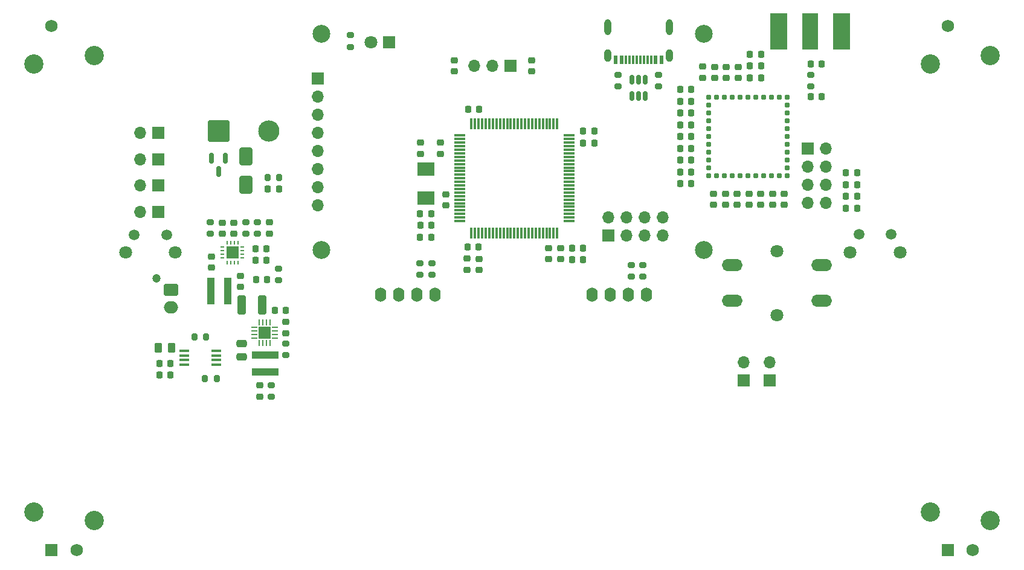
<source format=gbr>
%TF.GenerationSoftware,KiCad,Pcbnew,8.0.7*%
%TF.CreationDate,2025-03-26T21:54:53-04:00*%
%TF.ProjectId,RC-Car-Controller,52432d43-6172-42d4-936f-6e74726f6c6c,rev?*%
%TF.SameCoordinates,Original*%
%TF.FileFunction,Soldermask,Top*%
%TF.FilePolarity,Negative*%
%FSLAX46Y46*%
G04 Gerber Fmt 4.6, Leading zero omitted, Abs format (unit mm)*
G04 Created by KiCad (PCBNEW 8.0.7) date 2025-03-26 21:54:53*
%MOMM*%
%LPD*%
G01*
G04 APERTURE LIST*
G04 Aperture macros list*
%AMRoundRect*
0 Rectangle with rounded corners*
0 $1 Rounding radius*
0 $2 $3 $4 $5 $6 $7 $8 $9 X,Y pos of 4 corners*
0 Add a 4 corners polygon primitive as box body*
4,1,4,$2,$3,$4,$5,$6,$7,$8,$9,$2,$3,0*
0 Add four circle primitives for the rounded corners*
1,1,$1+$1,$2,$3*
1,1,$1+$1,$4,$5*
1,1,$1+$1,$6,$7*
1,1,$1+$1,$8,$9*
0 Add four rect primitives between the rounded corners*
20,1,$1+$1,$2,$3,$4,$5,0*
20,1,$1+$1,$4,$5,$6,$7,0*
20,1,$1+$1,$6,$7,$8,$9,0*
20,1,$1+$1,$8,$9,$2,$3,0*%
G04 Aperture macros list end*
%ADD10R,1.700000X1.700000*%
%ADD11O,1.700000X1.700000*%
%ADD12RoundRect,0.225000X0.225000X0.250000X-0.225000X0.250000X-0.225000X-0.250000X0.225000X-0.250000X0*%
%ADD13RoundRect,0.200000X0.275000X-0.200000X0.275000X0.200000X-0.275000X0.200000X-0.275000X-0.200000X0*%
%ADD14RoundRect,0.200000X-0.275000X0.200000X-0.275000X-0.200000X0.275000X-0.200000X0.275000X0.200000X0*%
%ADD15R,1.384300X0.457200*%
%ADD16RoundRect,0.225000X0.250000X-0.225000X0.250000X0.225000X-0.250000X0.225000X-0.250000X-0.225000X0*%
%ADD17RoundRect,0.225000X-0.225000X-0.250000X0.225000X-0.250000X0.225000X0.250000X-0.225000X0.250000X0*%
%ADD18RoundRect,0.218750X-0.256250X0.218750X-0.256250X-0.218750X0.256250X-0.218750X0.256250X0.218750X0*%
%ADD19RoundRect,0.075000X-0.725000X-0.075000X0.725000X-0.075000X0.725000X0.075000X-0.725000X0.075000X0*%
%ADD20RoundRect,0.075000X-0.075000X-0.725000X0.075000X-0.725000X0.075000X0.725000X-0.075000X0.725000X0*%
%ADD21R,1.750000X1.750000*%
%ADD22C,1.750000*%
%ADD23C,2.700000*%
%ADD24R,0.599999X0.240000*%
%ADD25R,0.240000X0.599999*%
%ADD26C,0.500000*%
%ADD27R,1.679999X1.679999*%
%ADD28O,1.600000X2.000000*%
%ADD29RoundRect,0.250000X-0.475000X0.250000X-0.475000X-0.250000X0.475000X-0.250000X0.475000X0.250000X0*%
%ADD30RoundRect,0.200000X-0.200000X-0.275000X0.200000X-0.275000X0.200000X0.275000X-0.200000X0.275000X0*%
%ADD31RoundRect,0.225000X-0.250000X0.225000X-0.250000X-0.225000X0.250000X-0.225000X0.250000X0.225000X0*%
%ADD32RoundRect,0.102000X1.387500X1.387500X-1.387500X1.387500X-1.387500X-1.387500X1.387500X-1.387500X0*%
%ADD33C,2.979000*%
%ADD34RoundRect,0.150000X-0.150000X0.512500X-0.150000X-0.512500X0.150000X-0.512500X0.150000X0.512500X0*%
%ADD35R,1.800000X1.800000*%
%ADD36C,1.800000*%
%ADD37RoundRect,0.150000X-0.150000X0.587500X-0.150000X-0.587500X0.150000X-0.587500X0.150000X0.587500X0*%
%ADD38RoundRect,0.062500X0.062500X-0.350000X0.062500X0.350000X-0.062500X0.350000X-0.062500X-0.350000X0*%
%ADD39RoundRect,0.062500X0.350000X-0.062500X0.350000X0.062500X-0.350000X0.062500X-0.350000X-0.062500X0*%
%ADD40R,1.680000X1.680000*%
%ADD41C,2.500000*%
%ADD42RoundRect,0.175000X-0.175000X0.175000X-0.175000X-0.175000X0.175000X-0.175000X0.175000X0.175000X0*%
%ADD43RoundRect,0.175000X0.175000X0.175000X-0.175000X0.175000X-0.175000X-0.175000X0.175000X-0.175000X0*%
%ADD44RoundRect,0.175000X-0.175000X-0.175000X0.175000X-0.175000X0.175000X0.175000X-0.175000X0.175000X0*%
%ADD45RoundRect,0.175000X0.175000X-0.175000X0.175000X0.175000X-0.175000X0.175000X-0.175000X-0.175000X0*%
%ADD46C,1.200000*%
%ADD47RoundRect,0.250000X-0.750000X0.600000X-0.750000X-0.600000X0.750000X-0.600000X0.750000X0.600000X0*%
%ADD48O,2.000000X1.700000*%
%ADD49R,2.290000X5.080000*%
%ADD50R,2.420000X5.080000*%
%ADD51R,0.980000X3.700000*%
%ADD52O,2.900000X1.700000*%
%ADD53RoundRect,0.218750X0.218750X0.256250X-0.218750X0.256250X-0.218750X-0.256250X0.218750X-0.256250X0*%
%ADD54R,3.700000X0.980000*%
%ADD55RoundRect,0.250000X0.262500X0.450000X-0.262500X0.450000X-0.262500X-0.450000X0.262500X-0.450000X0*%
%ADD56R,2.400000X1.900000*%
%ADD57RoundRect,0.250000X-0.325000X-1.100000X0.325000X-1.100000X0.325000X1.100000X-0.325000X1.100000X0*%
%ADD58RoundRect,0.200000X0.200000X0.275000X-0.200000X0.275000X-0.200000X-0.275000X0.200000X-0.275000X0*%
%ADD59RoundRect,0.250000X0.650000X-1.000000X0.650000X1.000000X-0.650000X1.000000X-0.650000X-1.000000X0*%
%ADD60C,0.609600*%
%ADD61O,0.990600X2.209800*%
%ADD62O,0.990600X1.803400*%
%ADD63R,0.609600X1.143000*%
%ADD64R,0.304800X1.143000*%
%ADD65C,1.498600*%
%ADD66C,1.803400*%
G04 APERTURE END LIST*
D10*
%TO.C,TP6*%
X185928000Y-94361000D03*
D11*
X185928000Y-91821000D03*
%TD*%
D12*
%TO.C,C22*%
X145107226Y-75691602D03*
X143557226Y-75691602D03*
%TD*%
D13*
%TO.C,R19*%
X136906000Y-79565000D03*
X136906000Y-77915000D03*
%TD*%
D14*
%TO.C,R9*%
X107524002Y-72200000D03*
X107524002Y-73850000D03*
%TD*%
D15*
%TO.C,U4*%
X108350550Y-92192499D03*
X108350550Y-91542501D03*
X108350550Y-90892499D03*
X108350550Y-90242501D03*
X103867450Y-90242501D03*
X103867450Y-90892499D03*
X103867450Y-91542501D03*
X103867450Y-92192499D03*
%TD*%
D10*
%TO.C,SW2*%
X149606000Y-50292000D03*
D11*
X147066000Y-50292000D03*
X144526000Y-50292000D03*
%TD*%
D16*
%TO.C,R10*%
X109175002Y-73800000D03*
X109175002Y-72250000D03*
%TD*%
D17*
%TO.C,C18*%
X143624000Y-56388000D03*
X145174000Y-56388000D03*
%TD*%
D18*
%TO.C,D4*%
X115779002Y-72237500D03*
X115779002Y-73812500D03*
%TD*%
D12*
%TO.C,R35*%
X198133000Y-70231000D03*
X196583000Y-70231000D03*
%TD*%
D17*
%TO.C,R16*%
X136893000Y-74295000D03*
X138443000Y-74295000D03*
%TD*%
D10*
%TO.C,J3*%
X163322000Y-74041000D03*
D11*
X163322000Y-71501000D03*
X165862000Y-74041000D03*
X165862000Y-71501000D03*
X168402000Y-74041000D03*
X168402000Y-71501000D03*
X170942000Y-74041000D03*
X170942000Y-71501000D03*
%TD*%
D12*
%TO.C,R37*%
X198133000Y-66929000D03*
X196583000Y-66929000D03*
%TD*%
D19*
%TO.C,U5*%
X142439000Y-60040000D03*
X142439000Y-60540000D03*
X142439000Y-61040000D03*
X142439000Y-61540000D03*
X142439000Y-62040000D03*
X142439000Y-62540000D03*
X142439000Y-63040000D03*
X142439000Y-63540000D03*
X142439000Y-64040000D03*
X142439000Y-64540000D03*
X142439000Y-65040000D03*
X142439000Y-65540000D03*
X142439000Y-66040000D03*
X142439000Y-66540000D03*
X142439000Y-67040000D03*
X142439000Y-67540000D03*
X142439000Y-68040000D03*
X142439000Y-68540000D03*
X142439000Y-69040000D03*
X142439000Y-69540000D03*
X142439000Y-70040000D03*
X142439000Y-70540000D03*
X142439000Y-71040000D03*
X142439000Y-71540000D03*
X142439000Y-72040000D03*
D20*
X144114000Y-73715000D03*
X144614000Y-73715000D03*
X145114000Y-73715000D03*
X145614000Y-73715000D03*
X146114000Y-73715000D03*
X146614000Y-73715000D03*
X147114000Y-73715000D03*
X147614000Y-73715000D03*
X148114000Y-73715000D03*
X148614000Y-73715000D03*
X149114000Y-73715000D03*
X149614000Y-73715000D03*
X150114000Y-73715000D03*
X150614000Y-73715000D03*
X151114000Y-73715000D03*
X151614000Y-73715000D03*
X152114000Y-73715000D03*
X152614000Y-73715000D03*
X153114000Y-73715000D03*
X153614000Y-73715000D03*
X154114000Y-73715000D03*
X154614000Y-73715000D03*
X155114000Y-73715000D03*
X155614000Y-73715000D03*
X156114000Y-73715000D03*
D19*
X157789000Y-72040000D03*
X157789000Y-71540000D03*
X157789000Y-71040000D03*
X157789000Y-70540000D03*
X157789000Y-70040000D03*
X157789000Y-69540000D03*
X157789000Y-69040000D03*
X157789000Y-68540000D03*
X157789000Y-68040000D03*
X157789000Y-67540000D03*
X157789000Y-67040000D03*
X157789000Y-66540000D03*
X157789000Y-66040000D03*
X157789000Y-65540000D03*
X157789000Y-65040000D03*
X157789000Y-64540000D03*
X157789000Y-64040000D03*
X157789000Y-63540000D03*
X157789000Y-63040000D03*
X157789000Y-62540000D03*
X157789000Y-62040000D03*
X157789000Y-61540000D03*
X157789000Y-61040000D03*
X157789000Y-60540000D03*
X157789000Y-60040000D03*
D20*
X156114000Y-58365000D03*
X155614000Y-58365000D03*
X155114000Y-58365000D03*
X154614000Y-58365000D03*
X154114000Y-58365000D03*
X153614000Y-58365000D03*
X153114000Y-58365000D03*
X152614000Y-58365000D03*
X152114000Y-58365000D03*
X151614000Y-58365000D03*
X151114000Y-58365000D03*
X150614000Y-58365000D03*
X150114000Y-58365000D03*
X149614000Y-58365000D03*
X149114000Y-58365000D03*
X148614000Y-58365000D03*
X148114000Y-58365000D03*
X147614000Y-58365000D03*
X147114000Y-58365000D03*
X146614000Y-58365000D03*
X146114000Y-58365000D03*
X145614000Y-58365000D03*
X145114000Y-58365000D03*
X144614000Y-58365000D03*
X144114000Y-58365000D03*
%TD*%
D13*
%TO.C,R6*%
X117094000Y-80327000D03*
X117094000Y-78677000D03*
%TD*%
D17*
%TO.C,C10*%
X100381000Y-93630500D03*
X101931000Y-93630500D03*
%TD*%
D21*
%TO.C,R45*%
X85250000Y-118164000D03*
D22*
X88750000Y-118164000D03*
X85250000Y-44664000D03*
D23*
X91200000Y-114014000D03*
X82800000Y-112814000D03*
X82800000Y-50014000D03*
X91200000Y-48814000D03*
%TD*%
D16*
%TO.C,R30*%
X176530000Y-51943000D03*
X176530000Y-50393000D03*
%TD*%
D10*
%TO.C,J4*%
X191262000Y-61849000D03*
D11*
X193802000Y-61849000D03*
X191262000Y-64389000D03*
X193802000Y-64389000D03*
X191262000Y-66929000D03*
X193802000Y-66929000D03*
X191262000Y-69469000D03*
X193802000Y-69469000D03*
%TD*%
D17*
%TO.C,C16*%
X159753000Y-61087000D03*
X161303000Y-61087000D03*
%TD*%
D16*
%TO.C,C6*%
X118110000Y-87757000D03*
X118110000Y-86207000D03*
%TD*%
D24*
%TO.C,U2*%
X112017003Y-77204001D03*
X112017003Y-76704002D03*
X112017003Y-76204000D03*
X112017003Y-75704001D03*
D25*
X111367001Y-75054000D03*
X110867003Y-75054000D03*
X110367001Y-75054000D03*
X109867002Y-75054000D03*
D24*
X109217003Y-75704001D03*
X109217003Y-76204000D03*
X109217003Y-76704002D03*
X109217003Y-77204001D03*
D25*
X109867002Y-77853999D03*
X110367001Y-77853999D03*
X110867003Y-77853999D03*
X111367001Y-77853999D03*
D26*
X111207002Y-77043998D03*
X111207002Y-75864001D03*
X110617003Y-76454000D03*
D27*
X110617000Y-76454000D03*
D26*
X110027004Y-77043998D03*
X110027004Y-75864001D03*
%TD*%
D28*
%TO.C,Brd2*%
X131380000Y-82360414D03*
X133920000Y-82360414D03*
X136460000Y-82360414D03*
X139000000Y-82360414D03*
%TD*%
D29*
%TO.C,C8*%
X111887000Y-89220000D03*
X111887000Y-91120000D03*
%TD*%
D13*
%TO.C,R4*%
X170307000Y-53149000D03*
X170307000Y-51499000D03*
%TD*%
D30*
%TO.C,R14*%
X105284000Y-88296500D03*
X106934000Y-88296500D03*
%TD*%
D12*
%TO.C,R39*%
X198133000Y-68580000D03*
X196583000Y-68580000D03*
%TD*%
D31*
%TO.C,R43*%
X181356000Y-68199000D03*
X181356000Y-69749000D03*
%TD*%
D32*
%TO.C,S1*%
X108712000Y-59436000D03*
D33*
X115712000Y-59436000D03*
%TD*%
D31*
%TO.C,R28*%
X186309000Y-68186000D03*
X186309000Y-69736000D03*
%TD*%
D14*
%TO.C,R11*%
X118110000Y-89218000D03*
X118110000Y-90868000D03*
%TD*%
D34*
%TO.C,U1*%
X168463000Y-52257500D03*
X167513000Y-52257500D03*
X166563000Y-52257500D03*
X166563000Y-54532500D03*
X167513000Y-54532500D03*
X168463000Y-54532500D03*
%TD*%
D12*
%TO.C,R27*%
X174905000Y-60198000D03*
X173355000Y-60198000D03*
%TD*%
D35*
%TO.C,D3*%
X132588000Y-46990000D03*
D36*
X130048000Y-46990000D03*
%TD*%
D12*
%TO.C,R32*%
X174905000Y-58547000D03*
X173355000Y-58547000D03*
%TD*%
D14*
%TO.C,R2*%
X116078000Y-95060000D03*
X116078000Y-96710000D03*
%TD*%
D37*
%TO.C,Q1*%
X109601000Y-63246000D03*
X107701000Y-63246000D03*
X108651000Y-65121000D03*
%TD*%
D38*
%TO.C,U3*%
X114373500Y-89169300D03*
X114873500Y-89169300D03*
X115373500Y-89169300D03*
X115873500Y-89169300D03*
D39*
X116586000Y-88456800D03*
X116586000Y-87956800D03*
X116586000Y-87456800D03*
X116586000Y-86956800D03*
D38*
X115873500Y-86244300D03*
X115373500Y-86244300D03*
X114873500Y-86244300D03*
X114373500Y-86244300D03*
D39*
X113661000Y-86956800D03*
X113661000Y-87456800D03*
X113661000Y-87956800D03*
X113661000Y-88456800D03*
D26*
X114533500Y-88296800D03*
X115713500Y-88296800D03*
X115123500Y-87706800D03*
D40*
X115123500Y-87706800D03*
D26*
X114533500Y-87116800D03*
X115713500Y-87116800D03*
%TD*%
D12*
%TO.C,C31*%
X159766000Y-77470000D03*
X158216000Y-77470000D03*
%TD*%
D41*
%TO.C,J6*%
X123060000Y-45810000D03*
X123060000Y-76110000D03*
X176660000Y-45810000D03*
X176660000Y-76110000D03*
D10*
X122560000Y-52070000D03*
D11*
X122560000Y-54610000D03*
X122560000Y-57150000D03*
X122560000Y-59690000D03*
X122560000Y-62230000D03*
X122560000Y-64770000D03*
X122560000Y-67310000D03*
X122560000Y-69850000D03*
%TD*%
D31*
%TO.C,C15*%
X154940000Y-75806000D03*
X154940000Y-77356000D03*
%TD*%
D10*
%TO.C,TP4*%
X182245000Y-94366000D03*
D11*
X182245000Y-91826000D03*
%TD*%
D16*
%TO.C,R29*%
X181483000Y-51956000D03*
X181483000Y-50406000D03*
%TD*%
D42*
%TO.C,U6*%
X188341000Y-54698000D03*
D43*
X187241000Y-54698000D03*
X186141000Y-54698000D03*
X185041000Y-54698000D03*
X183941000Y-54698000D03*
X182841000Y-54698000D03*
X181741000Y-54698000D03*
D42*
X180641000Y-54698000D03*
X179541000Y-54698000D03*
X178441000Y-54698000D03*
X177341000Y-54698000D03*
X177341000Y-55798000D03*
X177341000Y-56898000D03*
X177341000Y-57998000D03*
X177341000Y-59098000D03*
X177341000Y-60198000D03*
X177341000Y-61298000D03*
D44*
X177341000Y-62398000D03*
X177341000Y-63498000D03*
X177341000Y-64598000D03*
X177341000Y-65698000D03*
X178441000Y-65698000D03*
X179541000Y-65698000D03*
X180641000Y-65698000D03*
X181741000Y-65698000D03*
X182841000Y-65698000D03*
X183941000Y-65698000D03*
D45*
X185041000Y-65698000D03*
X186141000Y-65698000D03*
X187241000Y-65698000D03*
X188341000Y-65698000D03*
X188341000Y-64598000D03*
X188341000Y-63498000D03*
X188341000Y-62398000D03*
X188341000Y-61298000D03*
X188341000Y-60198000D03*
X188341000Y-59098000D03*
D43*
X188341000Y-57998000D03*
X188341000Y-56898000D03*
X188341000Y-55798000D03*
%TD*%
D12*
%TO.C,R26*%
X174905000Y-56896000D03*
X173355000Y-56896000D03*
%TD*%
D28*
%TO.C,Brd1*%
X161000000Y-82360414D03*
X163540000Y-82360414D03*
X166080000Y-82360414D03*
X168620000Y-82360414D03*
%TD*%
D13*
%TO.C,R5*%
X164655000Y-53149000D03*
X164655000Y-51499000D03*
%TD*%
D16*
%TO.C,C20*%
X139755000Y-62608000D03*
X139755000Y-61058000D03*
%TD*%
D12*
%TO.C,R36*%
X198133000Y-65278000D03*
X196583000Y-65278000D03*
%TD*%
D31*
%TO.C,R17*%
X141732000Y-49517000D03*
X141732000Y-51067000D03*
%TD*%
D12*
%TO.C,R40*%
X174892000Y-66802000D03*
X173342000Y-66802000D03*
%TD*%
D17*
%TO.C,C17*%
X159753000Y-59436000D03*
X161303000Y-59436000D03*
%TD*%
D12*
%TO.C,C11*%
X101931000Y-91979500D03*
X100381000Y-91979500D03*
%TD*%
D31*
%TO.C,C19*%
X156591000Y-75806000D03*
X156591000Y-77356000D03*
%TD*%
D30*
%TO.C,R13*%
X106744000Y-94107000D03*
X108394000Y-94107000D03*
%TD*%
D12*
%TO.C,C14*%
X138464000Y-70974000D03*
X136914000Y-70974000D03*
%TD*%
%TO.C,C2*%
X115456000Y-80264000D03*
X113906000Y-80264000D03*
%TD*%
%TO.C,R25*%
X174905000Y-53594000D03*
X173355000Y-53594000D03*
%TD*%
D31*
%TO.C,R44*%
X179705000Y-68186000D03*
X179705000Y-69736000D03*
%TD*%
D14*
%TO.C,R7*%
X112477002Y-72200000D03*
X112477002Y-73850000D03*
%TD*%
D12*
%TO.C,C23*%
X174879000Y-61849000D03*
X173329000Y-61849000D03*
%TD*%
D18*
%TO.C,D2*%
X114427000Y-95097500D03*
X114427000Y-96672500D03*
%TD*%
D13*
%TO.C,R22*%
X168148000Y-79819000D03*
X168148000Y-78169000D03*
%TD*%
D17*
%TO.C,C26*%
X191630000Y-54610000D03*
X193180000Y-54610000D03*
%TD*%
D46*
%TO.C,J1*%
X99981000Y-80061000D03*
D47*
X101981000Y-81661000D03*
D48*
X101981000Y-84161000D03*
%TD*%
D49*
%TO.C,J5*%
X191578000Y-45466000D03*
D50*
X195958000Y-45466000D03*
X187198000Y-45466000D03*
%TD*%
D17*
%TO.C,C1*%
X113861002Y-77551998D03*
X115411002Y-77551998D03*
%TD*%
D13*
%TO.C,R3*%
X127127000Y-47625000D03*
X127127000Y-45975000D03*
%TD*%
D51*
%TO.C,L2*%
X109937002Y-81869998D03*
X107567002Y-81869998D03*
%TD*%
D16*
%TO.C,R23*%
X179832000Y-51969000D03*
X179832000Y-50419000D03*
%TD*%
D36*
%TO.C,SW1*%
X186917000Y-76232000D03*
X186917000Y-85232000D03*
D52*
X180667000Y-78232000D03*
X193167000Y-78232000D03*
X180667000Y-83232000D03*
X193167000Y-83232000D03*
%TD*%
D53*
%TO.C,D1*%
X117119500Y-67564000D03*
X115544500Y-67564000D03*
%TD*%
D14*
%TO.C,R38*%
X191643000Y-51499000D03*
X191643000Y-53149000D03*
%TD*%
D17*
%TO.C,C28*%
X191630000Y-50038000D03*
X193180000Y-50038000D03*
%TD*%
D12*
%TO.C,R31*%
X174905000Y-55245000D03*
X173355000Y-55245000D03*
%TD*%
D14*
%TO.C,R8*%
X114128002Y-72200000D03*
X114128002Y-73850000D03*
%TD*%
D12*
%TO.C,C3*%
X115411002Y-75946000D03*
X113861002Y-75946000D03*
%TD*%
D16*
%TO.C,C9*%
X107651002Y-78580998D03*
X107651002Y-77030998D03*
%TD*%
D31*
%TO.C,R12*%
X110826002Y-72250000D03*
X110826002Y-73800000D03*
%TD*%
D12*
%TO.C,C27*%
X184671000Y-51943000D03*
X183121000Y-51943000D03*
%TD*%
%TO.C,C24*%
X174892000Y-63500000D03*
X173342000Y-63500000D03*
%TD*%
%TO.C,R47*%
X159766000Y-75819000D03*
X158216000Y-75819000D03*
%TD*%
D10*
%TO.C,TP1*%
X100208000Y-59690000D03*
D11*
X97668000Y-59690000D03*
%TD*%
D54*
%TO.C,L1*%
X115189000Y-90805000D03*
X115189000Y-93175000D03*
%TD*%
D21*
%TO.C,R48*%
X210848000Y-118188000D03*
D22*
X214348000Y-118188000D03*
X210848000Y-44688000D03*
D23*
X216798000Y-114038000D03*
X208398000Y-112838000D03*
X208398000Y-50038000D03*
X216798000Y-48838000D03*
%TD*%
D10*
%TO.C,TP2*%
X100208000Y-70739000D03*
D11*
X97668000Y-70739000D03*
%TD*%
D12*
%TO.C,R41*%
X174892000Y-65151000D03*
X173342000Y-65151000D03*
%TD*%
D31*
%TO.C,R33*%
X187960000Y-68186000D03*
X187960000Y-69736000D03*
%TD*%
D12*
%TO.C,C5*%
X118069900Y-84582000D03*
X116519900Y-84582000D03*
%TD*%
D16*
%TO.C,R46*%
X145161000Y-78880000D03*
X145161000Y-77330000D03*
%TD*%
D13*
%TO.C,R20*%
X138557000Y-79565000D03*
X138557000Y-77915000D03*
%TD*%
D12*
%TO.C,C13*%
X138477000Y-72625000D03*
X136927000Y-72625000D03*
%TD*%
%TO.C,C29*%
X184671000Y-50292000D03*
X183121000Y-50292000D03*
%TD*%
D31*
%TO.C,R34*%
X184658000Y-68186000D03*
X184658000Y-69736000D03*
%TD*%
D55*
%TO.C,R15*%
X102068500Y-89820500D03*
X100243500Y-89820500D03*
%TD*%
D56*
%TO.C,Y1*%
X137702000Y-68833000D03*
X137702000Y-64733000D03*
%TD*%
D31*
%TO.C,C25*%
X178054000Y-68186000D03*
X178054000Y-69736000D03*
%TD*%
D10*
%TO.C,TP3*%
X100208000Y-67056000D03*
D11*
X97668000Y-67056000D03*
%TD*%
D31*
%TO.C,R18*%
X152527000Y-49504000D03*
X152527000Y-51054000D03*
%TD*%
D13*
%TO.C,R21*%
X166527000Y-79819000D03*
X166527000Y-78169000D03*
%TD*%
D16*
%TO.C,C12*%
X136961000Y-62592000D03*
X136961000Y-61042000D03*
%TD*%
D57*
%TO.C,C4*%
X111858000Y-83769200D03*
X114808000Y-83769200D03*
%TD*%
D16*
%TO.C,C21*%
X140517000Y-69847000D03*
X140517000Y-68297000D03*
%TD*%
D58*
%TO.C,R1*%
X117157000Y-65913000D03*
X115507000Y-65913000D03*
%TD*%
D16*
%TO.C,C7*%
X111715002Y-81260998D03*
X111715002Y-79710998D03*
%TD*%
%TO.C,C30*%
X143510000Y-78867000D03*
X143510000Y-77317000D03*
%TD*%
%TO.C,R24*%
X178181000Y-51956000D03*
X178181000Y-50406000D03*
%TD*%
D59*
%TO.C,D5*%
X112522000Y-66929000D03*
X112522000Y-62929000D03*
%TD*%
D17*
%TO.C,FB1*%
X183121000Y-48641000D03*
X184671000Y-48641000D03*
%TD*%
D31*
%TO.C,R42*%
X183007000Y-68199000D03*
X183007000Y-69749000D03*
%TD*%
D60*
%TO.C,J2*%
X171836070Y-44831911D03*
X171834948Y-48831199D03*
X163193297Y-44825177D03*
X163193000Y-48801000D03*
D61*
X171833000Y-44829199D03*
X163193000Y-44829199D03*
D62*
X171833000Y-48829200D03*
X163193000Y-48829200D03*
D63*
X170713001Y-49404199D03*
X169913000Y-49404199D03*
D64*
X168763000Y-49404199D03*
X167763000Y-49404199D03*
X167263000Y-49404199D03*
X166263000Y-49404199D03*
D63*
X164313001Y-49404199D03*
X165113000Y-49404199D03*
D64*
X165762940Y-49404199D03*
X166762941Y-49404199D03*
X168262940Y-49404199D03*
X169262941Y-49404199D03*
%TD*%
D10*
%TO.C,TP5*%
X100208000Y-63373000D03*
D11*
X97668000Y-63373000D03*
%TD*%
D65*
%TO.C,SW4*%
X198445999Y-73914000D03*
X202946000Y-73914000D03*
D66*
X197190999Y-76404299D03*
X204201000Y-76404299D03*
%TD*%
D65*
%TO.C,SW3*%
X96860999Y-73936051D03*
X101361000Y-73936051D03*
D66*
X95605999Y-76426350D03*
X102616000Y-76426350D03*
%TD*%
M02*

</source>
